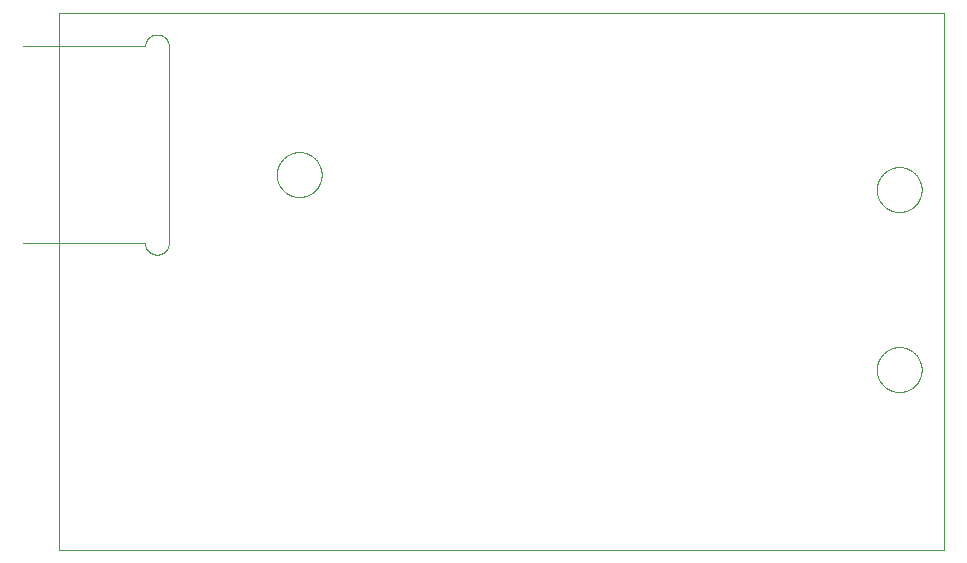
<source format=gbp>
G75*
%MOIN*%
%OFA0B0*%
%FSLAX25Y25*%
%IPPOS*%
%LPD*%
%AMOC8*
5,1,8,0,0,1.08239X$1,22.5*
%
%ADD10C,0.00000*%
%ADD11C,0.00100*%
D10*
X0013250Y0007846D02*
X0013250Y0186547D01*
X0308171Y0186547D01*
X0308171Y0007846D01*
X0013250Y0007846D01*
X0085775Y0132846D02*
X0085777Y0133029D01*
X0085784Y0133213D01*
X0085795Y0133396D01*
X0085811Y0133579D01*
X0085831Y0133761D01*
X0085856Y0133943D01*
X0085885Y0134124D01*
X0085919Y0134304D01*
X0085957Y0134484D01*
X0085999Y0134662D01*
X0086046Y0134840D01*
X0086097Y0135016D01*
X0086152Y0135191D01*
X0086212Y0135364D01*
X0086276Y0135536D01*
X0086344Y0135707D01*
X0086416Y0135875D01*
X0086493Y0136042D01*
X0086573Y0136207D01*
X0086658Y0136370D01*
X0086746Y0136530D01*
X0086838Y0136689D01*
X0086935Y0136845D01*
X0087035Y0136999D01*
X0087139Y0137150D01*
X0087246Y0137299D01*
X0087357Y0137445D01*
X0087472Y0137588D01*
X0087590Y0137728D01*
X0087711Y0137866D01*
X0087836Y0138000D01*
X0087964Y0138132D01*
X0088096Y0138260D01*
X0088230Y0138385D01*
X0088368Y0138506D01*
X0088508Y0138624D01*
X0088651Y0138739D01*
X0088797Y0138850D01*
X0088946Y0138957D01*
X0089097Y0139061D01*
X0089251Y0139161D01*
X0089407Y0139258D01*
X0089566Y0139350D01*
X0089726Y0139438D01*
X0089889Y0139523D01*
X0090054Y0139603D01*
X0090221Y0139680D01*
X0090389Y0139752D01*
X0090560Y0139820D01*
X0090732Y0139884D01*
X0090905Y0139944D01*
X0091080Y0139999D01*
X0091256Y0140050D01*
X0091434Y0140097D01*
X0091612Y0140139D01*
X0091792Y0140177D01*
X0091972Y0140211D01*
X0092153Y0140240D01*
X0092335Y0140265D01*
X0092517Y0140285D01*
X0092700Y0140301D01*
X0092883Y0140312D01*
X0093067Y0140319D01*
X0093250Y0140321D01*
X0093433Y0140319D01*
X0093617Y0140312D01*
X0093800Y0140301D01*
X0093983Y0140285D01*
X0094165Y0140265D01*
X0094347Y0140240D01*
X0094528Y0140211D01*
X0094708Y0140177D01*
X0094888Y0140139D01*
X0095066Y0140097D01*
X0095244Y0140050D01*
X0095420Y0139999D01*
X0095595Y0139944D01*
X0095768Y0139884D01*
X0095940Y0139820D01*
X0096111Y0139752D01*
X0096279Y0139680D01*
X0096446Y0139603D01*
X0096611Y0139523D01*
X0096774Y0139438D01*
X0096934Y0139350D01*
X0097093Y0139258D01*
X0097249Y0139161D01*
X0097403Y0139061D01*
X0097554Y0138957D01*
X0097703Y0138850D01*
X0097849Y0138739D01*
X0097992Y0138624D01*
X0098132Y0138506D01*
X0098270Y0138385D01*
X0098404Y0138260D01*
X0098536Y0138132D01*
X0098664Y0138000D01*
X0098789Y0137866D01*
X0098910Y0137728D01*
X0099028Y0137588D01*
X0099143Y0137445D01*
X0099254Y0137299D01*
X0099361Y0137150D01*
X0099465Y0136999D01*
X0099565Y0136845D01*
X0099662Y0136689D01*
X0099754Y0136530D01*
X0099842Y0136370D01*
X0099927Y0136207D01*
X0100007Y0136042D01*
X0100084Y0135875D01*
X0100156Y0135707D01*
X0100224Y0135536D01*
X0100288Y0135364D01*
X0100348Y0135191D01*
X0100403Y0135016D01*
X0100454Y0134840D01*
X0100501Y0134662D01*
X0100543Y0134484D01*
X0100581Y0134304D01*
X0100615Y0134124D01*
X0100644Y0133943D01*
X0100669Y0133761D01*
X0100689Y0133579D01*
X0100705Y0133396D01*
X0100716Y0133213D01*
X0100723Y0133029D01*
X0100725Y0132846D01*
X0100723Y0132663D01*
X0100716Y0132479D01*
X0100705Y0132296D01*
X0100689Y0132113D01*
X0100669Y0131931D01*
X0100644Y0131749D01*
X0100615Y0131568D01*
X0100581Y0131388D01*
X0100543Y0131208D01*
X0100501Y0131030D01*
X0100454Y0130852D01*
X0100403Y0130676D01*
X0100348Y0130501D01*
X0100288Y0130328D01*
X0100224Y0130156D01*
X0100156Y0129985D01*
X0100084Y0129817D01*
X0100007Y0129650D01*
X0099927Y0129485D01*
X0099842Y0129322D01*
X0099754Y0129162D01*
X0099662Y0129003D01*
X0099565Y0128847D01*
X0099465Y0128693D01*
X0099361Y0128542D01*
X0099254Y0128393D01*
X0099143Y0128247D01*
X0099028Y0128104D01*
X0098910Y0127964D01*
X0098789Y0127826D01*
X0098664Y0127692D01*
X0098536Y0127560D01*
X0098404Y0127432D01*
X0098270Y0127307D01*
X0098132Y0127186D01*
X0097992Y0127068D01*
X0097849Y0126953D01*
X0097703Y0126842D01*
X0097554Y0126735D01*
X0097403Y0126631D01*
X0097249Y0126531D01*
X0097093Y0126434D01*
X0096934Y0126342D01*
X0096774Y0126254D01*
X0096611Y0126169D01*
X0096446Y0126089D01*
X0096279Y0126012D01*
X0096111Y0125940D01*
X0095940Y0125872D01*
X0095768Y0125808D01*
X0095595Y0125748D01*
X0095420Y0125693D01*
X0095244Y0125642D01*
X0095066Y0125595D01*
X0094888Y0125553D01*
X0094708Y0125515D01*
X0094528Y0125481D01*
X0094347Y0125452D01*
X0094165Y0125427D01*
X0093983Y0125407D01*
X0093800Y0125391D01*
X0093617Y0125380D01*
X0093433Y0125373D01*
X0093250Y0125371D01*
X0093067Y0125373D01*
X0092883Y0125380D01*
X0092700Y0125391D01*
X0092517Y0125407D01*
X0092335Y0125427D01*
X0092153Y0125452D01*
X0091972Y0125481D01*
X0091792Y0125515D01*
X0091612Y0125553D01*
X0091434Y0125595D01*
X0091256Y0125642D01*
X0091080Y0125693D01*
X0090905Y0125748D01*
X0090732Y0125808D01*
X0090560Y0125872D01*
X0090389Y0125940D01*
X0090221Y0126012D01*
X0090054Y0126089D01*
X0089889Y0126169D01*
X0089726Y0126254D01*
X0089566Y0126342D01*
X0089407Y0126434D01*
X0089251Y0126531D01*
X0089097Y0126631D01*
X0088946Y0126735D01*
X0088797Y0126842D01*
X0088651Y0126953D01*
X0088508Y0127068D01*
X0088368Y0127186D01*
X0088230Y0127307D01*
X0088096Y0127432D01*
X0087964Y0127560D01*
X0087836Y0127692D01*
X0087711Y0127826D01*
X0087590Y0127964D01*
X0087472Y0128104D01*
X0087357Y0128247D01*
X0087246Y0128393D01*
X0087139Y0128542D01*
X0087035Y0128693D01*
X0086935Y0128847D01*
X0086838Y0129003D01*
X0086746Y0129162D01*
X0086658Y0129322D01*
X0086573Y0129485D01*
X0086493Y0129650D01*
X0086416Y0129817D01*
X0086344Y0129985D01*
X0086276Y0130156D01*
X0086212Y0130328D01*
X0086152Y0130501D01*
X0086097Y0130676D01*
X0086046Y0130852D01*
X0085999Y0131030D01*
X0085957Y0131208D01*
X0085919Y0131388D01*
X0085885Y0131568D01*
X0085856Y0131749D01*
X0085831Y0131931D01*
X0085811Y0132113D01*
X0085795Y0132296D01*
X0085784Y0132479D01*
X0085777Y0132663D01*
X0085775Y0132846D01*
X0285775Y0127846D02*
X0285777Y0128029D01*
X0285784Y0128213D01*
X0285795Y0128396D01*
X0285811Y0128579D01*
X0285831Y0128761D01*
X0285856Y0128943D01*
X0285885Y0129124D01*
X0285919Y0129304D01*
X0285957Y0129484D01*
X0285999Y0129662D01*
X0286046Y0129840D01*
X0286097Y0130016D01*
X0286152Y0130191D01*
X0286212Y0130364D01*
X0286276Y0130536D01*
X0286344Y0130707D01*
X0286416Y0130875D01*
X0286493Y0131042D01*
X0286573Y0131207D01*
X0286658Y0131370D01*
X0286746Y0131530D01*
X0286838Y0131689D01*
X0286935Y0131845D01*
X0287035Y0131999D01*
X0287139Y0132150D01*
X0287246Y0132299D01*
X0287357Y0132445D01*
X0287472Y0132588D01*
X0287590Y0132728D01*
X0287711Y0132866D01*
X0287836Y0133000D01*
X0287964Y0133132D01*
X0288096Y0133260D01*
X0288230Y0133385D01*
X0288368Y0133506D01*
X0288508Y0133624D01*
X0288651Y0133739D01*
X0288797Y0133850D01*
X0288946Y0133957D01*
X0289097Y0134061D01*
X0289251Y0134161D01*
X0289407Y0134258D01*
X0289566Y0134350D01*
X0289726Y0134438D01*
X0289889Y0134523D01*
X0290054Y0134603D01*
X0290221Y0134680D01*
X0290389Y0134752D01*
X0290560Y0134820D01*
X0290732Y0134884D01*
X0290905Y0134944D01*
X0291080Y0134999D01*
X0291256Y0135050D01*
X0291434Y0135097D01*
X0291612Y0135139D01*
X0291792Y0135177D01*
X0291972Y0135211D01*
X0292153Y0135240D01*
X0292335Y0135265D01*
X0292517Y0135285D01*
X0292700Y0135301D01*
X0292883Y0135312D01*
X0293067Y0135319D01*
X0293250Y0135321D01*
X0293433Y0135319D01*
X0293617Y0135312D01*
X0293800Y0135301D01*
X0293983Y0135285D01*
X0294165Y0135265D01*
X0294347Y0135240D01*
X0294528Y0135211D01*
X0294708Y0135177D01*
X0294888Y0135139D01*
X0295066Y0135097D01*
X0295244Y0135050D01*
X0295420Y0134999D01*
X0295595Y0134944D01*
X0295768Y0134884D01*
X0295940Y0134820D01*
X0296111Y0134752D01*
X0296279Y0134680D01*
X0296446Y0134603D01*
X0296611Y0134523D01*
X0296774Y0134438D01*
X0296934Y0134350D01*
X0297093Y0134258D01*
X0297249Y0134161D01*
X0297403Y0134061D01*
X0297554Y0133957D01*
X0297703Y0133850D01*
X0297849Y0133739D01*
X0297992Y0133624D01*
X0298132Y0133506D01*
X0298270Y0133385D01*
X0298404Y0133260D01*
X0298536Y0133132D01*
X0298664Y0133000D01*
X0298789Y0132866D01*
X0298910Y0132728D01*
X0299028Y0132588D01*
X0299143Y0132445D01*
X0299254Y0132299D01*
X0299361Y0132150D01*
X0299465Y0131999D01*
X0299565Y0131845D01*
X0299662Y0131689D01*
X0299754Y0131530D01*
X0299842Y0131370D01*
X0299927Y0131207D01*
X0300007Y0131042D01*
X0300084Y0130875D01*
X0300156Y0130707D01*
X0300224Y0130536D01*
X0300288Y0130364D01*
X0300348Y0130191D01*
X0300403Y0130016D01*
X0300454Y0129840D01*
X0300501Y0129662D01*
X0300543Y0129484D01*
X0300581Y0129304D01*
X0300615Y0129124D01*
X0300644Y0128943D01*
X0300669Y0128761D01*
X0300689Y0128579D01*
X0300705Y0128396D01*
X0300716Y0128213D01*
X0300723Y0128029D01*
X0300725Y0127846D01*
X0300723Y0127663D01*
X0300716Y0127479D01*
X0300705Y0127296D01*
X0300689Y0127113D01*
X0300669Y0126931D01*
X0300644Y0126749D01*
X0300615Y0126568D01*
X0300581Y0126388D01*
X0300543Y0126208D01*
X0300501Y0126030D01*
X0300454Y0125852D01*
X0300403Y0125676D01*
X0300348Y0125501D01*
X0300288Y0125328D01*
X0300224Y0125156D01*
X0300156Y0124985D01*
X0300084Y0124817D01*
X0300007Y0124650D01*
X0299927Y0124485D01*
X0299842Y0124322D01*
X0299754Y0124162D01*
X0299662Y0124003D01*
X0299565Y0123847D01*
X0299465Y0123693D01*
X0299361Y0123542D01*
X0299254Y0123393D01*
X0299143Y0123247D01*
X0299028Y0123104D01*
X0298910Y0122964D01*
X0298789Y0122826D01*
X0298664Y0122692D01*
X0298536Y0122560D01*
X0298404Y0122432D01*
X0298270Y0122307D01*
X0298132Y0122186D01*
X0297992Y0122068D01*
X0297849Y0121953D01*
X0297703Y0121842D01*
X0297554Y0121735D01*
X0297403Y0121631D01*
X0297249Y0121531D01*
X0297093Y0121434D01*
X0296934Y0121342D01*
X0296774Y0121254D01*
X0296611Y0121169D01*
X0296446Y0121089D01*
X0296279Y0121012D01*
X0296111Y0120940D01*
X0295940Y0120872D01*
X0295768Y0120808D01*
X0295595Y0120748D01*
X0295420Y0120693D01*
X0295244Y0120642D01*
X0295066Y0120595D01*
X0294888Y0120553D01*
X0294708Y0120515D01*
X0294528Y0120481D01*
X0294347Y0120452D01*
X0294165Y0120427D01*
X0293983Y0120407D01*
X0293800Y0120391D01*
X0293617Y0120380D01*
X0293433Y0120373D01*
X0293250Y0120371D01*
X0293067Y0120373D01*
X0292883Y0120380D01*
X0292700Y0120391D01*
X0292517Y0120407D01*
X0292335Y0120427D01*
X0292153Y0120452D01*
X0291972Y0120481D01*
X0291792Y0120515D01*
X0291612Y0120553D01*
X0291434Y0120595D01*
X0291256Y0120642D01*
X0291080Y0120693D01*
X0290905Y0120748D01*
X0290732Y0120808D01*
X0290560Y0120872D01*
X0290389Y0120940D01*
X0290221Y0121012D01*
X0290054Y0121089D01*
X0289889Y0121169D01*
X0289726Y0121254D01*
X0289566Y0121342D01*
X0289407Y0121434D01*
X0289251Y0121531D01*
X0289097Y0121631D01*
X0288946Y0121735D01*
X0288797Y0121842D01*
X0288651Y0121953D01*
X0288508Y0122068D01*
X0288368Y0122186D01*
X0288230Y0122307D01*
X0288096Y0122432D01*
X0287964Y0122560D01*
X0287836Y0122692D01*
X0287711Y0122826D01*
X0287590Y0122964D01*
X0287472Y0123104D01*
X0287357Y0123247D01*
X0287246Y0123393D01*
X0287139Y0123542D01*
X0287035Y0123693D01*
X0286935Y0123847D01*
X0286838Y0124003D01*
X0286746Y0124162D01*
X0286658Y0124322D01*
X0286573Y0124485D01*
X0286493Y0124650D01*
X0286416Y0124817D01*
X0286344Y0124985D01*
X0286276Y0125156D01*
X0286212Y0125328D01*
X0286152Y0125501D01*
X0286097Y0125676D01*
X0286046Y0125852D01*
X0285999Y0126030D01*
X0285957Y0126208D01*
X0285919Y0126388D01*
X0285885Y0126568D01*
X0285856Y0126749D01*
X0285831Y0126931D01*
X0285811Y0127113D01*
X0285795Y0127296D01*
X0285784Y0127479D01*
X0285777Y0127663D01*
X0285775Y0127846D01*
X0285775Y0067846D02*
X0285777Y0068029D01*
X0285784Y0068213D01*
X0285795Y0068396D01*
X0285811Y0068579D01*
X0285831Y0068761D01*
X0285856Y0068943D01*
X0285885Y0069124D01*
X0285919Y0069304D01*
X0285957Y0069484D01*
X0285999Y0069662D01*
X0286046Y0069840D01*
X0286097Y0070016D01*
X0286152Y0070191D01*
X0286212Y0070364D01*
X0286276Y0070536D01*
X0286344Y0070707D01*
X0286416Y0070875D01*
X0286493Y0071042D01*
X0286573Y0071207D01*
X0286658Y0071370D01*
X0286746Y0071530D01*
X0286838Y0071689D01*
X0286935Y0071845D01*
X0287035Y0071999D01*
X0287139Y0072150D01*
X0287246Y0072299D01*
X0287357Y0072445D01*
X0287472Y0072588D01*
X0287590Y0072728D01*
X0287711Y0072866D01*
X0287836Y0073000D01*
X0287964Y0073132D01*
X0288096Y0073260D01*
X0288230Y0073385D01*
X0288368Y0073506D01*
X0288508Y0073624D01*
X0288651Y0073739D01*
X0288797Y0073850D01*
X0288946Y0073957D01*
X0289097Y0074061D01*
X0289251Y0074161D01*
X0289407Y0074258D01*
X0289566Y0074350D01*
X0289726Y0074438D01*
X0289889Y0074523D01*
X0290054Y0074603D01*
X0290221Y0074680D01*
X0290389Y0074752D01*
X0290560Y0074820D01*
X0290732Y0074884D01*
X0290905Y0074944D01*
X0291080Y0074999D01*
X0291256Y0075050D01*
X0291434Y0075097D01*
X0291612Y0075139D01*
X0291792Y0075177D01*
X0291972Y0075211D01*
X0292153Y0075240D01*
X0292335Y0075265D01*
X0292517Y0075285D01*
X0292700Y0075301D01*
X0292883Y0075312D01*
X0293067Y0075319D01*
X0293250Y0075321D01*
X0293433Y0075319D01*
X0293617Y0075312D01*
X0293800Y0075301D01*
X0293983Y0075285D01*
X0294165Y0075265D01*
X0294347Y0075240D01*
X0294528Y0075211D01*
X0294708Y0075177D01*
X0294888Y0075139D01*
X0295066Y0075097D01*
X0295244Y0075050D01*
X0295420Y0074999D01*
X0295595Y0074944D01*
X0295768Y0074884D01*
X0295940Y0074820D01*
X0296111Y0074752D01*
X0296279Y0074680D01*
X0296446Y0074603D01*
X0296611Y0074523D01*
X0296774Y0074438D01*
X0296934Y0074350D01*
X0297093Y0074258D01*
X0297249Y0074161D01*
X0297403Y0074061D01*
X0297554Y0073957D01*
X0297703Y0073850D01*
X0297849Y0073739D01*
X0297992Y0073624D01*
X0298132Y0073506D01*
X0298270Y0073385D01*
X0298404Y0073260D01*
X0298536Y0073132D01*
X0298664Y0073000D01*
X0298789Y0072866D01*
X0298910Y0072728D01*
X0299028Y0072588D01*
X0299143Y0072445D01*
X0299254Y0072299D01*
X0299361Y0072150D01*
X0299465Y0071999D01*
X0299565Y0071845D01*
X0299662Y0071689D01*
X0299754Y0071530D01*
X0299842Y0071370D01*
X0299927Y0071207D01*
X0300007Y0071042D01*
X0300084Y0070875D01*
X0300156Y0070707D01*
X0300224Y0070536D01*
X0300288Y0070364D01*
X0300348Y0070191D01*
X0300403Y0070016D01*
X0300454Y0069840D01*
X0300501Y0069662D01*
X0300543Y0069484D01*
X0300581Y0069304D01*
X0300615Y0069124D01*
X0300644Y0068943D01*
X0300669Y0068761D01*
X0300689Y0068579D01*
X0300705Y0068396D01*
X0300716Y0068213D01*
X0300723Y0068029D01*
X0300725Y0067846D01*
X0300723Y0067663D01*
X0300716Y0067479D01*
X0300705Y0067296D01*
X0300689Y0067113D01*
X0300669Y0066931D01*
X0300644Y0066749D01*
X0300615Y0066568D01*
X0300581Y0066388D01*
X0300543Y0066208D01*
X0300501Y0066030D01*
X0300454Y0065852D01*
X0300403Y0065676D01*
X0300348Y0065501D01*
X0300288Y0065328D01*
X0300224Y0065156D01*
X0300156Y0064985D01*
X0300084Y0064817D01*
X0300007Y0064650D01*
X0299927Y0064485D01*
X0299842Y0064322D01*
X0299754Y0064162D01*
X0299662Y0064003D01*
X0299565Y0063847D01*
X0299465Y0063693D01*
X0299361Y0063542D01*
X0299254Y0063393D01*
X0299143Y0063247D01*
X0299028Y0063104D01*
X0298910Y0062964D01*
X0298789Y0062826D01*
X0298664Y0062692D01*
X0298536Y0062560D01*
X0298404Y0062432D01*
X0298270Y0062307D01*
X0298132Y0062186D01*
X0297992Y0062068D01*
X0297849Y0061953D01*
X0297703Y0061842D01*
X0297554Y0061735D01*
X0297403Y0061631D01*
X0297249Y0061531D01*
X0297093Y0061434D01*
X0296934Y0061342D01*
X0296774Y0061254D01*
X0296611Y0061169D01*
X0296446Y0061089D01*
X0296279Y0061012D01*
X0296111Y0060940D01*
X0295940Y0060872D01*
X0295768Y0060808D01*
X0295595Y0060748D01*
X0295420Y0060693D01*
X0295244Y0060642D01*
X0295066Y0060595D01*
X0294888Y0060553D01*
X0294708Y0060515D01*
X0294528Y0060481D01*
X0294347Y0060452D01*
X0294165Y0060427D01*
X0293983Y0060407D01*
X0293800Y0060391D01*
X0293617Y0060380D01*
X0293433Y0060373D01*
X0293250Y0060371D01*
X0293067Y0060373D01*
X0292883Y0060380D01*
X0292700Y0060391D01*
X0292517Y0060407D01*
X0292335Y0060427D01*
X0292153Y0060452D01*
X0291972Y0060481D01*
X0291792Y0060515D01*
X0291612Y0060553D01*
X0291434Y0060595D01*
X0291256Y0060642D01*
X0291080Y0060693D01*
X0290905Y0060748D01*
X0290732Y0060808D01*
X0290560Y0060872D01*
X0290389Y0060940D01*
X0290221Y0061012D01*
X0290054Y0061089D01*
X0289889Y0061169D01*
X0289726Y0061254D01*
X0289566Y0061342D01*
X0289407Y0061434D01*
X0289251Y0061531D01*
X0289097Y0061631D01*
X0288946Y0061735D01*
X0288797Y0061842D01*
X0288651Y0061953D01*
X0288508Y0062068D01*
X0288368Y0062186D01*
X0288230Y0062307D01*
X0288096Y0062432D01*
X0287964Y0062560D01*
X0287836Y0062692D01*
X0287711Y0062826D01*
X0287590Y0062964D01*
X0287472Y0063104D01*
X0287357Y0063247D01*
X0287246Y0063393D01*
X0287139Y0063542D01*
X0287035Y0063693D01*
X0286935Y0063847D01*
X0286838Y0064003D01*
X0286746Y0064162D01*
X0286658Y0064322D01*
X0286573Y0064485D01*
X0286493Y0064650D01*
X0286416Y0064817D01*
X0286344Y0064985D01*
X0286276Y0065156D01*
X0286212Y0065328D01*
X0286152Y0065501D01*
X0286097Y0065676D01*
X0286046Y0065852D01*
X0285999Y0066030D01*
X0285957Y0066208D01*
X0285919Y0066388D01*
X0285885Y0066568D01*
X0285856Y0066749D01*
X0285831Y0066931D01*
X0285811Y0067113D01*
X0285795Y0067296D01*
X0285784Y0067479D01*
X0285777Y0067663D01*
X0285775Y0067846D01*
D11*
X0049785Y0110087D02*
X0049785Y0175611D01*
X0049786Y0175611D02*
X0049784Y0175734D01*
X0049778Y0175858D01*
X0049769Y0175981D01*
X0049755Y0176103D01*
X0049738Y0176225D01*
X0049716Y0176347D01*
X0049691Y0176468D01*
X0049663Y0176588D01*
X0049630Y0176707D01*
X0049594Y0176825D01*
X0049554Y0176942D01*
X0049510Y0177057D01*
X0049463Y0177171D01*
X0049412Y0177283D01*
X0049358Y0177394D01*
X0049300Y0177503D01*
X0049239Y0177611D01*
X0049175Y0177716D01*
X0049107Y0177819D01*
X0049036Y0177920D01*
X0048962Y0178018D01*
X0048885Y0178115D01*
X0048804Y0178209D01*
X0048721Y0178300D01*
X0048636Y0178389D01*
X0048547Y0178474D01*
X0048456Y0178557D01*
X0048362Y0178638D01*
X0048265Y0178715D01*
X0048167Y0178789D01*
X0048066Y0178860D01*
X0047963Y0178928D01*
X0047858Y0178992D01*
X0047750Y0179053D01*
X0047641Y0179111D01*
X0047530Y0179165D01*
X0047418Y0179216D01*
X0047304Y0179263D01*
X0047189Y0179307D01*
X0047072Y0179347D01*
X0046954Y0179383D01*
X0046835Y0179416D01*
X0046715Y0179444D01*
X0046594Y0179469D01*
X0046472Y0179491D01*
X0046350Y0179508D01*
X0046228Y0179522D01*
X0046105Y0179531D01*
X0045981Y0179537D01*
X0045858Y0179539D01*
X0045848Y0179539D01*
X0045849Y0179539D02*
X0045726Y0179538D01*
X0045603Y0179532D01*
X0045480Y0179523D01*
X0045358Y0179511D01*
X0045236Y0179494D01*
X0045114Y0179473D01*
X0044994Y0179449D01*
X0044874Y0179421D01*
X0044755Y0179389D01*
X0044637Y0179353D01*
X0044521Y0179314D01*
X0044405Y0179271D01*
X0044291Y0179225D01*
X0044179Y0179175D01*
X0044068Y0179121D01*
X0043959Y0179064D01*
X0043852Y0179004D01*
X0043747Y0178940D01*
X0043644Y0178873D01*
X0043543Y0178802D01*
X0043444Y0178729D01*
X0043347Y0178653D01*
X0043253Y0178573D01*
X0043162Y0178491D01*
X0043073Y0178406D01*
X0042987Y0178318D01*
X0042904Y0178227D01*
X0042823Y0178134D01*
X0042746Y0178038D01*
X0042672Y0177940D01*
X0042600Y0177840D01*
X0042532Y0177737D01*
X0042468Y0177633D01*
X0042406Y0177526D01*
X0042348Y0177418D01*
X0042293Y0177308D01*
X0042242Y0177196D01*
X0042194Y0177082D01*
X0042150Y0176967D01*
X0042110Y0176851D01*
X0042073Y0176734D01*
X0042040Y0176615D01*
X0042011Y0176496D01*
X0041985Y0176375D01*
X0041963Y0176254D01*
X0041945Y0176132D01*
X0041931Y0176010D01*
X0041921Y0175888D01*
X0041915Y0175765D01*
X0041912Y0175642D01*
X0041911Y0175641D02*
X0001242Y0175641D01*
X0001242Y0110051D02*
X0041819Y0110051D01*
X0041823Y0109927D01*
X0041831Y0109802D01*
X0041842Y0109678D01*
X0041858Y0109555D01*
X0041878Y0109432D01*
X0041901Y0109310D01*
X0041928Y0109188D01*
X0041959Y0109067D01*
X0041994Y0108948D01*
X0042033Y0108830D01*
X0042075Y0108712D01*
X0042121Y0108597D01*
X0042171Y0108482D01*
X0042224Y0108370D01*
X0042280Y0108259D01*
X0042341Y0108150D01*
X0042404Y0108043D01*
X0042471Y0107938D01*
X0042541Y0107835D01*
X0042614Y0107734D01*
X0042691Y0107636D01*
X0042770Y0107540D01*
X0042853Y0107446D01*
X0042938Y0107356D01*
X0043026Y0107268D01*
X0043117Y0107183D01*
X0043210Y0107100D01*
X0043306Y0107021D01*
X0043405Y0106945D01*
X0043506Y0106872D01*
X0043609Y0106802D01*
X0043714Y0106735D01*
X0043821Y0106672D01*
X0043930Y0106612D01*
X0044041Y0106556D01*
X0044154Y0106503D01*
X0044268Y0106453D01*
X0044384Y0106408D01*
X0044501Y0106366D01*
X0044620Y0106327D01*
X0044740Y0106293D01*
X0044860Y0106262D01*
X0044982Y0106235D01*
X0045104Y0106211D01*
X0045227Y0106192D01*
X0045351Y0106177D01*
X0045475Y0106165D01*
X0045599Y0106157D01*
X0045723Y0106153D01*
X0045848Y0106154D01*
X0045848Y0106153D02*
X0045851Y0106153D01*
X0045975Y0106155D01*
X0046098Y0106161D01*
X0046221Y0106170D01*
X0046344Y0106184D01*
X0046466Y0106201D01*
X0046588Y0106223D01*
X0046709Y0106248D01*
X0046829Y0106277D01*
X0046949Y0106309D01*
X0047067Y0106346D01*
X0047184Y0106386D01*
X0047299Y0106429D01*
X0047413Y0106477D01*
X0047526Y0106527D01*
X0047637Y0106582D01*
X0047746Y0106640D01*
X0047854Y0106701D01*
X0047959Y0106765D01*
X0048062Y0106833D01*
X0048163Y0106904D01*
X0048262Y0106979D01*
X0048359Y0107056D01*
X0048453Y0107136D01*
X0048544Y0107219D01*
X0048633Y0107305D01*
X0048719Y0107394D01*
X0048802Y0107485D01*
X0048882Y0107579D01*
X0048959Y0107676D01*
X0049034Y0107775D01*
X0049105Y0107876D01*
X0049173Y0107979D01*
X0049237Y0108084D01*
X0049298Y0108192D01*
X0049356Y0108301D01*
X0049411Y0108412D01*
X0049461Y0108525D01*
X0049509Y0108639D01*
X0049552Y0108754D01*
X0049592Y0108871D01*
X0049629Y0108989D01*
X0049661Y0109109D01*
X0049690Y0109229D01*
X0049715Y0109350D01*
X0049737Y0109472D01*
X0049754Y0109594D01*
X0049768Y0109717D01*
X0049777Y0109840D01*
X0049783Y0109963D01*
X0049785Y0110087D01*
M02*

</source>
